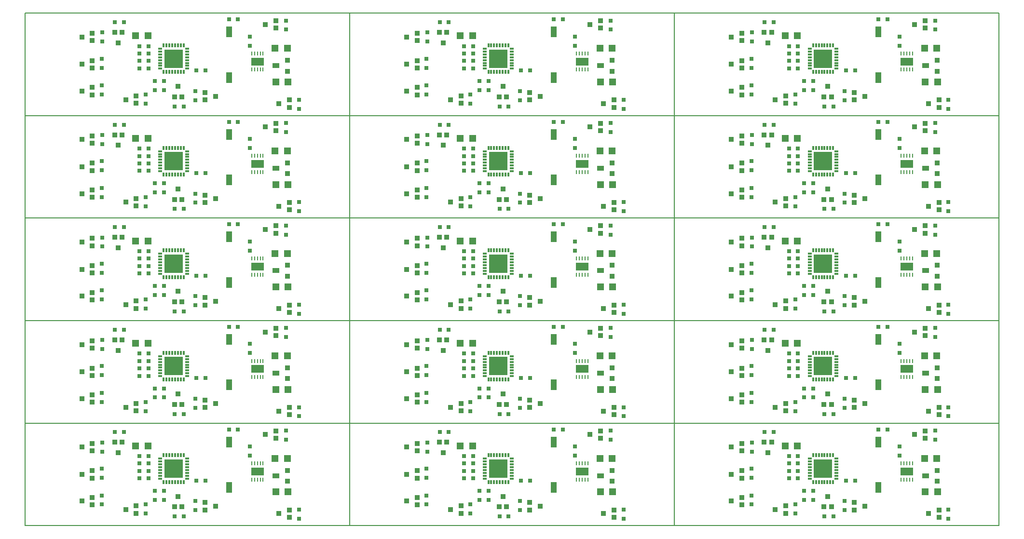
<source format=gtp>
%FSLAX25Y25*%
%MOIN*%
G70*
G01*
G75*
G04 Layer_Color=8421504*
%ADD10C,0.00787*%
%ADD11R,0.03543X0.03543*%
%ADD12R,0.05000X0.05000*%
%ADD13R,0.04000X0.07480*%
%ADD14R,0.03150X0.03150*%
%ADD15R,0.03150X0.03150*%
%ADD16R,0.03543X0.03543*%
%ADD17R,0.02559X0.01181*%
%ADD18R,0.01181X0.02559*%
%ADD19R,0.13583X0.13583*%
%ADD20R,0.09370X0.06496*%
%ADD21R,0.00984X0.02756*%
%ADD22R,0.03600X0.03600*%
%ADD23R,0.05000X0.03600*%
%ADD24C,0.01000*%
%ADD25C,0.01969*%
%ADD26C,0.00984*%
%ADD27C,0.00600*%
%ADD28R,0.05512X0.05512*%
%ADD29C,0.07000*%
%ADD30R,0.07000X0.07000*%
%ADD31C,0.05000*%
%ADD32C,0.03150*%
%ADD33C,0.03150*%
%ADD34R,0.07874X0.05118*%
%ADD35C,0.00800*%
%ADD36C,0.02000*%
%ADD37C,0.00591*%
%ADD38R,0.12795X0.12795*%
%ADD39R,0.08583X0.05709*%
%ADD40R,0.00827X0.02598*%
D10*
X0Y0D02*
Y70866D01*
X224410D01*
Y0D02*
Y70866D01*
X0Y0D02*
X224410D01*
Y70866D01*
X448819D01*
Y0D02*
Y70866D01*
X224410Y0D02*
X448819D01*
Y70866D01*
X673228D01*
Y0D02*
Y70866D01*
X448819Y0D02*
X673228D01*
X0Y70866D02*
Y141732D01*
X224410D01*
Y70866D02*
Y141732D01*
X0Y70866D02*
X224410D01*
Y141732D01*
X448819D01*
Y70866D02*
Y141732D01*
X224410Y70866D02*
X448819D01*
Y141732D01*
X673228D01*
Y70866D02*
Y141732D01*
X448819Y70866D02*
X673228D01*
X0Y141732D02*
Y212598D01*
X224410D01*
Y141732D02*
Y212598D01*
X0Y141732D02*
X224410D01*
Y212598D01*
X448819D01*
Y141732D02*
Y212598D01*
X224410Y141732D02*
X448819D01*
Y212598D01*
X673228D01*
Y141732D02*
Y212598D01*
X448819Y141732D02*
X673228D01*
X0Y212598D02*
Y283465D01*
X224410D01*
Y212598D02*
Y283465D01*
X0Y212598D02*
X224410D01*
Y283465D01*
X448819D01*
Y212598D02*
Y283465D01*
X224410Y212598D02*
X448819D01*
Y283465D01*
X673228D01*
Y212598D02*
Y283465D01*
X448819Y212598D02*
X673228D01*
X0Y283465D02*
Y354331D01*
X224410D01*
Y283465D02*
Y354331D01*
X0Y283465D02*
X224410D01*
Y354331D01*
X448819D01*
Y283465D02*
Y354331D01*
X224410Y283465D02*
X448819D01*
Y354331D01*
X673228D01*
Y283465D02*
Y354331D01*
X448819Y283465D02*
X673228D01*
D11*
X46555Y51772D02*
D03*
Y56890D02*
D03*
X39272Y54331D02*
D03*
X46555Y14370D02*
D03*
Y19488D02*
D03*
X39272Y16929D02*
D03*
X76870Y8465D02*
D03*
Y13583D02*
D03*
X69587Y11024D02*
D03*
X124311Y15945D02*
D03*
Y10827D02*
D03*
X131595Y13386D02*
D03*
X173327Y60433D02*
D03*
Y65551D02*
D03*
X166043Y62992D02*
D03*
X46555Y32874D02*
D03*
Y37992D02*
D03*
X39272Y35433D02*
D03*
X182776Y5709D02*
D03*
Y10827D02*
D03*
X175492Y8268D02*
D03*
X270965Y51772D02*
D03*
Y56890D02*
D03*
X263681Y54331D02*
D03*
X270965Y14370D02*
D03*
Y19488D02*
D03*
X263681Y16929D02*
D03*
X301279Y8465D02*
D03*
Y13583D02*
D03*
X293996Y11024D02*
D03*
X348721Y15945D02*
D03*
Y10827D02*
D03*
X356004Y13386D02*
D03*
X397736Y60433D02*
D03*
Y65551D02*
D03*
X390453Y62992D02*
D03*
X270965Y32874D02*
D03*
Y37992D02*
D03*
X263681Y35433D02*
D03*
X407185Y5709D02*
D03*
Y10827D02*
D03*
X399902Y8268D02*
D03*
X495374Y51772D02*
D03*
Y56890D02*
D03*
X488091Y54331D02*
D03*
X495374Y14370D02*
D03*
Y19488D02*
D03*
X488091Y16929D02*
D03*
X525689Y8465D02*
D03*
Y13583D02*
D03*
X518405Y11024D02*
D03*
X573130Y15945D02*
D03*
Y10827D02*
D03*
X580413Y13386D02*
D03*
X622146Y60433D02*
D03*
Y65551D02*
D03*
X614862Y62992D02*
D03*
X495374Y32874D02*
D03*
Y37992D02*
D03*
X488091Y35433D02*
D03*
X631595Y5709D02*
D03*
Y10827D02*
D03*
X624311Y8268D02*
D03*
X46555Y122638D02*
D03*
Y127756D02*
D03*
X39272Y125197D02*
D03*
X46555Y85236D02*
D03*
Y90354D02*
D03*
X39272Y87795D02*
D03*
X76870Y79331D02*
D03*
Y84449D02*
D03*
X69587Y81890D02*
D03*
X124311Y86811D02*
D03*
Y81693D02*
D03*
X131595Y84252D02*
D03*
X173327Y131299D02*
D03*
Y136417D02*
D03*
X166043Y133858D02*
D03*
X46555Y103740D02*
D03*
Y108858D02*
D03*
X39272Y106299D02*
D03*
X182776Y76575D02*
D03*
Y81693D02*
D03*
X175492Y79134D02*
D03*
X270965Y122638D02*
D03*
Y127756D02*
D03*
X263681Y125197D02*
D03*
X270965Y85236D02*
D03*
Y90354D02*
D03*
X263681Y87795D02*
D03*
X301279Y79331D02*
D03*
Y84449D02*
D03*
X293996Y81890D02*
D03*
X348721Y86811D02*
D03*
Y81693D02*
D03*
X356004Y84252D02*
D03*
X397736Y131299D02*
D03*
Y136417D02*
D03*
X390453Y133858D02*
D03*
X270965Y103740D02*
D03*
Y108858D02*
D03*
X263681Y106299D02*
D03*
X407185Y76575D02*
D03*
Y81693D02*
D03*
X399902Y79134D02*
D03*
X495374Y122638D02*
D03*
Y127756D02*
D03*
X488091Y125197D02*
D03*
X495374Y85236D02*
D03*
Y90354D02*
D03*
X488091Y87795D02*
D03*
X525689Y79331D02*
D03*
Y84449D02*
D03*
X518405Y81890D02*
D03*
X573130Y86811D02*
D03*
Y81693D02*
D03*
X580413Y84252D02*
D03*
X622146Y131299D02*
D03*
Y136417D02*
D03*
X614862Y133858D02*
D03*
X495374Y103740D02*
D03*
Y108858D02*
D03*
X488091Y106299D02*
D03*
X631595Y76575D02*
D03*
Y81693D02*
D03*
X624311Y79134D02*
D03*
X46555Y193504D02*
D03*
Y198622D02*
D03*
X39272Y196063D02*
D03*
X46555Y156102D02*
D03*
Y161221D02*
D03*
X39272Y158661D02*
D03*
X76870Y150197D02*
D03*
Y155315D02*
D03*
X69587Y152756D02*
D03*
X124311Y157677D02*
D03*
Y152559D02*
D03*
X131595Y155118D02*
D03*
X173327Y202165D02*
D03*
Y207283D02*
D03*
X166043Y204724D02*
D03*
X46555Y174606D02*
D03*
Y179724D02*
D03*
X39272Y177165D02*
D03*
X182776Y147441D02*
D03*
Y152559D02*
D03*
X175492Y150000D02*
D03*
X270965Y193504D02*
D03*
Y198622D02*
D03*
X263681Y196063D02*
D03*
X270965Y156102D02*
D03*
Y161221D02*
D03*
X263681Y158661D02*
D03*
X301279Y150197D02*
D03*
Y155315D02*
D03*
X293996Y152756D02*
D03*
X348721Y157677D02*
D03*
Y152559D02*
D03*
X356004Y155118D02*
D03*
X397736Y202165D02*
D03*
Y207283D02*
D03*
X390453Y204724D02*
D03*
X270965Y174606D02*
D03*
Y179724D02*
D03*
X263681Y177165D02*
D03*
X407185Y147441D02*
D03*
Y152559D02*
D03*
X399902Y150000D02*
D03*
X495374Y193504D02*
D03*
Y198622D02*
D03*
X488091Y196063D02*
D03*
X495374Y156102D02*
D03*
Y161221D02*
D03*
X488091Y158661D02*
D03*
X525689Y150197D02*
D03*
Y155315D02*
D03*
X518405Y152756D02*
D03*
X573130Y157677D02*
D03*
Y152559D02*
D03*
X580413Y155118D02*
D03*
X622146Y202165D02*
D03*
Y207283D02*
D03*
X614862Y204724D02*
D03*
X495374Y174606D02*
D03*
Y179724D02*
D03*
X488091Y177165D02*
D03*
X631595Y147441D02*
D03*
Y152559D02*
D03*
X624311Y150000D02*
D03*
X46555Y264370D02*
D03*
Y269488D02*
D03*
X39272Y266929D02*
D03*
X46555Y226969D02*
D03*
Y232087D02*
D03*
X39272Y229528D02*
D03*
X76870Y221063D02*
D03*
Y226181D02*
D03*
X69587Y223622D02*
D03*
X124311Y228543D02*
D03*
Y223425D02*
D03*
X131595Y225984D02*
D03*
X173327Y273031D02*
D03*
Y278150D02*
D03*
X166043Y275590D02*
D03*
X46555Y245472D02*
D03*
Y250590D02*
D03*
X39272Y248031D02*
D03*
X182776Y218307D02*
D03*
Y223425D02*
D03*
X175492Y220866D02*
D03*
X270965Y264370D02*
D03*
Y269488D02*
D03*
X263681Y266929D02*
D03*
X270965Y226969D02*
D03*
Y232087D02*
D03*
X263681Y229528D02*
D03*
X301279Y221063D02*
D03*
Y226181D02*
D03*
X293996Y223622D02*
D03*
X348721Y228543D02*
D03*
Y223425D02*
D03*
X356004Y225984D02*
D03*
X397736Y273031D02*
D03*
Y278150D02*
D03*
X390453Y275590D02*
D03*
X270965Y245472D02*
D03*
Y250590D02*
D03*
X263681Y248031D02*
D03*
X407185Y218307D02*
D03*
Y223425D02*
D03*
X399902Y220866D02*
D03*
X495374Y264370D02*
D03*
Y269488D02*
D03*
X488091Y266929D02*
D03*
X495374Y226969D02*
D03*
Y232087D02*
D03*
X488091Y229528D02*
D03*
X525689Y221063D02*
D03*
Y226181D02*
D03*
X518405Y223622D02*
D03*
X573130Y228543D02*
D03*
Y223425D02*
D03*
X580413Y225984D02*
D03*
X622146Y273031D02*
D03*
Y278150D02*
D03*
X614862Y275590D02*
D03*
X495374Y245472D02*
D03*
Y250590D02*
D03*
X488091Y248031D02*
D03*
X631595Y218307D02*
D03*
Y223425D02*
D03*
X624311Y220866D02*
D03*
X46555Y335236D02*
D03*
Y340354D02*
D03*
X39272Y337795D02*
D03*
X46555Y297835D02*
D03*
Y302953D02*
D03*
X39272Y300394D02*
D03*
X76870Y291929D02*
D03*
Y297047D02*
D03*
X69587Y294488D02*
D03*
X124311Y299410D02*
D03*
Y294291D02*
D03*
X131595Y296850D02*
D03*
X173327Y343898D02*
D03*
Y349016D02*
D03*
X166043Y346457D02*
D03*
X46555Y316339D02*
D03*
Y321457D02*
D03*
X39272Y318898D02*
D03*
X182776Y289173D02*
D03*
Y294291D02*
D03*
X175492Y291732D02*
D03*
X270965Y335236D02*
D03*
Y340354D02*
D03*
X263681Y337795D02*
D03*
X270965Y297835D02*
D03*
Y302953D02*
D03*
X263681Y300394D02*
D03*
X301279Y291929D02*
D03*
Y297047D02*
D03*
X293996Y294488D02*
D03*
X348721Y299410D02*
D03*
Y294291D02*
D03*
X356004Y296850D02*
D03*
X397736Y343898D02*
D03*
Y349016D02*
D03*
X390453Y346457D02*
D03*
X270965Y316339D02*
D03*
Y321457D02*
D03*
X263681Y318898D02*
D03*
X407185Y289173D02*
D03*
Y294291D02*
D03*
X399902Y291732D02*
D03*
X495374Y335236D02*
D03*
Y340354D02*
D03*
X488091Y337795D02*
D03*
X495374Y297835D02*
D03*
Y302953D02*
D03*
X488091Y300394D02*
D03*
X525689Y291929D02*
D03*
Y297047D02*
D03*
X518405Y294488D02*
D03*
X573130Y299410D02*
D03*
Y294291D02*
D03*
X580413Y296850D02*
D03*
X622146Y343898D02*
D03*
Y349016D02*
D03*
X614862Y346457D02*
D03*
X495374Y316339D02*
D03*
Y321457D02*
D03*
X488091Y318898D02*
D03*
X631595Y289173D02*
D03*
Y294291D02*
D03*
X624311Y291732D02*
D03*
D12*
X84959Y55118D02*
D03*
X76459D02*
D03*
X181415Y46457D02*
D03*
X172915D02*
D03*
X173309Y23228D02*
D03*
X181809D02*
D03*
X309368Y55118D02*
D03*
X300868D02*
D03*
X405825Y46457D02*
D03*
X397325D02*
D03*
X397719Y23228D02*
D03*
X406218D02*
D03*
X533778Y55118D02*
D03*
X525278D02*
D03*
X630234Y46457D02*
D03*
X621734D02*
D03*
X622128Y23228D02*
D03*
X630628D02*
D03*
X84959Y125984D02*
D03*
X76459D02*
D03*
X181415Y117323D02*
D03*
X172915D02*
D03*
X173309Y94095D02*
D03*
X181809D02*
D03*
X309368Y125984D02*
D03*
X300868D02*
D03*
X405825Y117323D02*
D03*
X397325D02*
D03*
X397719Y94095D02*
D03*
X406218D02*
D03*
X533778Y125984D02*
D03*
X525278D02*
D03*
X630234Y117323D02*
D03*
X621734D02*
D03*
X622128Y94095D02*
D03*
X630628D02*
D03*
X84959Y196850D02*
D03*
X76459D02*
D03*
X181415Y188189D02*
D03*
X172915D02*
D03*
X173309Y164961D02*
D03*
X181809D02*
D03*
X309368Y196850D02*
D03*
X300868D02*
D03*
X405825Y188189D02*
D03*
X397325D02*
D03*
X397719Y164961D02*
D03*
X406218D02*
D03*
X533778Y196850D02*
D03*
X525278D02*
D03*
X630234Y188189D02*
D03*
X621734D02*
D03*
X622128Y164961D02*
D03*
X630628D02*
D03*
X84959Y267717D02*
D03*
X76459D02*
D03*
X181415Y259055D02*
D03*
X172915D02*
D03*
X173309Y235827D02*
D03*
X181809D02*
D03*
X309368Y267717D02*
D03*
X300868D02*
D03*
X405825Y259055D02*
D03*
X397325D02*
D03*
X397719Y235827D02*
D03*
X406218D02*
D03*
X533778Y267717D02*
D03*
X525278D02*
D03*
X630234Y259055D02*
D03*
X621734D02*
D03*
X622128Y235827D02*
D03*
X630628D02*
D03*
X84959Y338583D02*
D03*
X76459D02*
D03*
X181415Y329921D02*
D03*
X172915D02*
D03*
X173309Y306693D02*
D03*
X181809D02*
D03*
X309368Y338583D02*
D03*
X300868D02*
D03*
X405825Y329921D02*
D03*
X397325D02*
D03*
X397719Y306693D02*
D03*
X406218D02*
D03*
X533778Y338583D02*
D03*
X525278D02*
D03*
X630234Y329921D02*
D03*
X621734D02*
D03*
X622128Y306693D02*
D03*
X630628D02*
D03*
D13*
X140945Y26378D02*
D03*
Y57874D02*
D03*
X365354Y26378D02*
D03*
Y57874D02*
D03*
X589764Y26378D02*
D03*
Y57874D02*
D03*
X140945Y97244D02*
D03*
Y128740D02*
D03*
X365354Y97244D02*
D03*
Y128740D02*
D03*
X589764Y97244D02*
D03*
Y128740D02*
D03*
X140945Y168110D02*
D03*
Y199606D02*
D03*
X365354Y168110D02*
D03*
Y199606D02*
D03*
X589764Y168110D02*
D03*
Y199606D02*
D03*
X140945Y238976D02*
D03*
Y270472D02*
D03*
X365354Y238976D02*
D03*
Y270472D02*
D03*
X589764Y238976D02*
D03*
Y270472D02*
D03*
X140945Y309842D02*
D03*
Y341339D02*
D03*
X365354Y309842D02*
D03*
Y341339D02*
D03*
X589764Y309842D02*
D03*
Y341339D02*
D03*
D14*
X189370Y4724D02*
D03*
Y11024D02*
D03*
X53150Y14567D02*
D03*
Y20866D02*
D03*
X180315Y65748D02*
D03*
Y59449D02*
D03*
X53543Y51181D02*
D03*
Y57480D02*
D03*
X83465Y8268D02*
D03*
Y14567D02*
D03*
X117717Y16929D02*
D03*
Y10630D02*
D03*
X155512Y54724D02*
D03*
Y48425D02*
D03*
X53150Y33071D02*
D03*
Y39370D02*
D03*
X413779Y4724D02*
D03*
Y11024D02*
D03*
X277559Y14567D02*
D03*
Y20866D02*
D03*
X404724Y65748D02*
D03*
Y59449D02*
D03*
X277953Y51181D02*
D03*
Y57480D02*
D03*
X307874Y8268D02*
D03*
Y14567D02*
D03*
X342126Y16929D02*
D03*
Y10630D02*
D03*
X379921Y54724D02*
D03*
Y48425D02*
D03*
X277559Y33071D02*
D03*
Y39370D02*
D03*
X638189Y4724D02*
D03*
Y11024D02*
D03*
X501968Y14567D02*
D03*
Y20866D02*
D03*
X629134Y65748D02*
D03*
Y59449D02*
D03*
X502362Y51181D02*
D03*
Y57480D02*
D03*
X532283Y8268D02*
D03*
Y14567D02*
D03*
X566535Y16929D02*
D03*
Y10630D02*
D03*
X604331Y54724D02*
D03*
Y48425D02*
D03*
X501968Y33071D02*
D03*
Y39370D02*
D03*
X189370Y75590D02*
D03*
Y81890D02*
D03*
X53150Y85433D02*
D03*
Y91732D02*
D03*
X180315Y136614D02*
D03*
Y130315D02*
D03*
X53543Y122047D02*
D03*
Y128347D02*
D03*
X83465Y79134D02*
D03*
Y85433D02*
D03*
X117717Y87795D02*
D03*
Y81496D02*
D03*
X155512Y125591D02*
D03*
Y119291D02*
D03*
X53150Y103937D02*
D03*
Y110236D02*
D03*
X413779Y75590D02*
D03*
Y81890D02*
D03*
X277559Y85433D02*
D03*
Y91732D02*
D03*
X404724Y136614D02*
D03*
Y130315D02*
D03*
X277953Y122047D02*
D03*
Y128347D02*
D03*
X307874Y79134D02*
D03*
Y85433D02*
D03*
X342126Y87795D02*
D03*
Y81496D02*
D03*
X379921Y125591D02*
D03*
Y119291D02*
D03*
X277559Y103937D02*
D03*
Y110236D02*
D03*
X638189Y75590D02*
D03*
Y81890D02*
D03*
X501968Y85433D02*
D03*
Y91732D02*
D03*
X629134Y136614D02*
D03*
Y130315D02*
D03*
X502362Y122047D02*
D03*
Y128347D02*
D03*
X532283Y79134D02*
D03*
Y85433D02*
D03*
X566535Y87795D02*
D03*
Y81496D02*
D03*
X604331Y125591D02*
D03*
Y119291D02*
D03*
X501968Y103937D02*
D03*
Y110236D02*
D03*
X189370Y146457D02*
D03*
Y152756D02*
D03*
X53150Y156299D02*
D03*
Y162598D02*
D03*
X180315Y207480D02*
D03*
Y201181D02*
D03*
X53543Y192913D02*
D03*
Y199213D02*
D03*
X83465Y150000D02*
D03*
Y156299D02*
D03*
X117717Y158661D02*
D03*
Y152362D02*
D03*
X155512Y196457D02*
D03*
Y190157D02*
D03*
X53150Y174803D02*
D03*
Y181102D02*
D03*
X413779Y146457D02*
D03*
Y152756D02*
D03*
X277559Y156299D02*
D03*
Y162598D02*
D03*
X404724Y207480D02*
D03*
Y201181D02*
D03*
X277953Y192913D02*
D03*
Y199213D02*
D03*
X307874Y150000D02*
D03*
Y156299D02*
D03*
X342126Y158661D02*
D03*
Y152362D02*
D03*
X379921Y196457D02*
D03*
Y190157D02*
D03*
X277559Y174803D02*
D03*
Y181102D02*
D03*
X638189Y146457D02*
D03*
Y152756D02*
D03*
X501968Y156299D02*
D03*
Y162598D02*
D03*
X629134Y207480D02*
D03*
Y201181D02*
D03*
X502362Y192913D02*
D03*
Y199213D02*
D03*
X532283Y150000D02*
D03*
Y156299D02*
D03*
X566535Y158661D02*
D03*
Y152362D02*
D03*
X604331Y196457D02*
D03*
Y190157D02*
D03*
X501968Y174803D02*
D03*
Y181102D02*
D03*
X189370Y217323D02*
D03*
Y223622D02*
D03*
X53150Y227165D02*
D03*
Y233465D02*
D03*
X180315Y278346D02*
D03*
Y272047D02*
D03*
X53543Y263779D02*
D03*
Y270079D02*
D03*
X83465Y220866D02*
D03*
Y227165D02*
D03*
X117717Y229528D02*
D03*
Y223228D02*
D03*
X155512Y267323D02*
D03*
Y261024D02*
D03*
X53150Y245669D02*
D03*
Y251969D02*
D03*
X413779Y217323D02*
D03*
Y223622D02*
D03*
X277559Y227165D02*
D03*
Y233465D02*
D03*
X404724Y278346D02*
D03*
Y272047D02*
D03*
X277953Y263779D02*
D03*
Y270079D02*
D03*
X307874Y220866D02*
D03*
Y227165D02*
D03*
X342126Y229528D02*
D03*
Y223228D02*
D03*
X379921Y267323D02*
D03*
Y261024D02*
D03*
X277559Y245669D02*
D03*
Y251969D02*
D03*
X638189Y217323D02*
D03*
Y223622D02*
D03*
X501968Y227165D02*
D03*
Y233465D02*
D03*
X629134Y278346D02*
D03*
Y272047D02*
D03*
X502362Y263779D02*
D03*
Y270079D02*
D03*
X532283Y220866D02*
D03*
Y227165D02*
D03*
X566535Y229528D02*
D03*
Y223228D02*
D03*
X604331Y267323D02*
D03*
Y261024D02*
D03*
X501968Y245669D02*
D03*
Y251969D02*
D03*
X189370Y288189D02*
D03*
Y294488D02*
D03*
X53150Y298031D02*
D03*
Y304331D02*
D03*
X180315Y349213D02*
D03*
Y342913D02*
D03*
X53543Y334646D02*
D03*
Y340945D02*
D03*
X83465Y291732D02*
D03*
Y298031D02*
D03*
X117717Y300394D02*
D03*
Y294094D02*
D03*
X155512Y338189D02*
D03*
Y331890D02*
D03*
X53150Y316535D02*
D03*
Y322835D02*
D03*
X413779Y288189D02*
D03*
Y294488D02*
D03*
X277559Y298031D02*
D03*
Y304331D02*
D03*
X404724Y349213D02*
D03*
Y342913D02*
D03*
X277953Y334646D02*
D03*
Y340945D02*
D03*
X307874Y291732D02*
D03*
Y298031D02*
D03*
X342126Y300394D02*
D03*
Y294094D02*
D03*
X379921Y338189D02*
D03*
Y331890D02*
D03*
X277559Y316535D02*
D03*
Y322835D02*
D03*
X638189Y288189D02*
D03*
Y294488D02*
D03*
X501968Y298031D02*
D03*
Y304331D02*
D03*
X629134Y349213D02*
D03*
Y342913D02*
D03*
X502362Y334646D02*
D03*
Y340945D02*
D03*
X532283Y291732D02*
D03*
Y298031D02*
D03*
X566535Y300394D02*
D03*
Y294094D02*
D03*
X604331Y338189D02*
D03*
Y331890D02*
D03*
X501968Y316535D02*
D03*
Y322835D02*
D03*
D15*
X68504Y64567D02*
D03*
X62205D02*
D03*
X79134Y48031D02*
D03*
X85433D02*
D03*
Y42913D02*
D03*
X79134D02*
D03*
Y37795D02*
D03*
X85433D02*
D03*
X79134Y32677D02*
D03*
X85433D02*
D03*
X89764Y24016D02*
D03*
X96063D02*
D03*
Y17717D02*
D03*
X89764D02*
D03*
X103543Y6299D02*
D03*
X109843D02*
D03*
X124803Y31102D02*
D03*
X118504D02*
D03*
X140945Y66535D02*
D03*
X147244D02*
D03*
X292913Y64567D02*
D03*
X286614D02*
D03*
X303543Y48031D02*
D03*
X309842D02*
D03*
Y42913D02*
D03*
X303543D02*
D03*
Y37795D02*
D03*
X309842D02*
D03*
X303543Y32677D02*
D03*
X309842D02*
D03*
X314173Y24016D02*
D03*
X320472D02*
D03*
Y17717D02*
D03*
X314173D02*
D03*
X327953Y6299D02*
D03*
X334252D02*
D03*
X349213Y31102D02*
D03*
X342913D02*
D03*
X365354Y66535D02*
D03*
X371654D02*
D03*
X517323Y64567D02*
D03*
X511024D02*
D03*
X527953Y48031D02*
D03*
X534252D02*
D03*
Y42913D02*
D03*
X527953D02*
D03*
Y37795D02*
D03*
X534252D02*
D03*
X527953Y32677D02*
D03*
X534252D02*
D03*
X538583Y24016D02*
D03*
X544882D02*
D03*
Y17717D02*
D03*
X538583D02*
D03*
X552362Y6299D02*
D03*
X558661D02*
D03*
X573622Y31102D02*
D03*
X567323D02*
D03*
X589764Y66535D02*
D03*
X596063D02*
D03*
X68504Y135433D02*
D03*
X62205D02*
D03*
X79134Y118898D02*
D03*
X85433D02*
D03*
Y113779D02*
D03*
X79134D02*
D03*
Y108661D02*
D03*
X85433D02*
D03*
X79134Y103543D02*
D03*
X85433D02*
D03*
X89764Y94882D02*
D03*
X96063D02*
D03*
Y88583D02*
D03*
X89764D02*
D03*
X103543Y77165D02*
D03*
X109843D02*
D03*
X124803Y101969D02*
D03*
X118504D02*
D03*
X140945Y137402D02*
D03*
X147244D02*
D03*
X292913Y135433D02*
D03*
X286614D02*
D03*
X303543Y118898D02*
D03*
X309842D02*
D03*
Y113779D02*
D03*
X303543D02*
D03*
Y108661D02*
D03*
X309842D02*
D03*
X303543Y103543D02*
D03*
X309842D02*
D03*
X314173Y94882D02*
D03*
X320472D02*
D03*
Y88583D02*
D03*
X314173D02*
D03*
X327953Y77165D02*
D03*
X334252D02*
D03*
X349213Y101969D02*
D03*
X342913D02*
D03*
X365354Y137402D02*
D03*
X371654D02*
D03*
X517323Y135433D02*
D03*
X511024D02*
D03*
X527953Y118898D02*
D03*
X534252D02*
D03*
Y113779D02*
D03*
X527953D02*
D03*
Y108661D02*
D03*
X534252D02*
D03*
X527953Y103543D02*
D03*
X534252D02*
D03*
X538583Y94882D02*
D03*
X544882D02*
D03*
Y88583D02*
D03*
X538583D02*
D03*
X552362Y77165D02*
D03*
X558661D02*
D03*
X573622Y101969D02*
D03*
X567323D02*
D03*
X589764Y137402D02*
D03*
X596063D02*
D03*
X68504Y206299D02*
D03*
X62205D02*
D03*
X79134Y189764D02*
D03*
X85433D02*
D03*
Y184646D02*
D03*
X79134D02*
D03*
Y179527D02*
D03*
X85433D02*
D03*
X79134Y174409D02*
D03*
X85433D02*
D03*
X89764Y165748D02*
D03*
X96063D02*
D03*
Y159449D02*
D03*
X89764D02*
D03*
X103543Y148031D02*
D03*
X109843D02*
D03*
X124803Y172835D02*
D03*
X118504D02*
D03*
X140945Y208268D02*
D03*
X147244D02*
D03*
X292913Y206299D02*
D03*
X286614D02*
D03*
X303543Y189764D02*
D03*
X309842D02*
D03*
Y184646D02*
D03*
X303543D02*
D03*
Y179527D02*
D03*
X309842D02*
D03*
X303543Y174409D02*
D03*
X309842D02*
D03*
X314173Y165748D02*
D03*
X320472D02*
D03*
Y159449D02*
D03*
X314173D02*
D03*
X327953Y148031D02*
D03*
X334252D02*
D03*
X349213Y172835D02*
D03*
X342913D02*
D03*
X365354Y208268D02*
D03*
X371654D02*
D03*
X517323Y206299D02*
D03*
X511024D02*
D03*
X527953Y189764D02*
D03*
X534252D02*
D03*
Y184646D02*
D03*
X527953D02*
D03*
Y179527D02*
D03*
X534252D02*
D03*
X527953Y174409D02*
D03*
X534252D02*
D03*
X538583Y165748D02*
D03*
X544882D02*
D03*
Y159449D02*
D03*
X538583D02*
D03*
X552362Y148031D02*
D03*
X558661D02*
D03*
X573622Y172835D02*
D03*
X567323D02*
D03*
X589764Y208268D02*
D03*
X596063D02*
D03*
X68504Y277165D02*
D03*
X62205D02*
D03*
X79134Y260630D02*
D03*
X85433D02*
D03*
Y255512D02*
D03*
X79134D02*
D03*
Y250394D02*
D03*
X85433D02*
D03*
X79134Y245276D02*
D03*
X85433D02*
D03*
X89764Y236614D02*
D03*
X96063D02*
D03*
Y230315D02*
D03*
X89764D02*
D03*
X103543Y218898D02*
D03*
X109843D02*
D03*
X124803Y243701D02*
D03*
X118504D02*
D03*
X140945Y279134D02*
D03*
X147244D02*
D03*
X292913Y277165D02*
D03*
X286614D02*
D03*
X303543Y260630D02*
D03*
X309842D02*
D03*
Y255512D02*
D03*
X303543D02*
D03*
Y250394D02*
D03*
X309842D02*
D03*
X303543Y245276D02*
D03*
X309842D02*
D03*
X314173Y236614D02*
D03*
X320472D02*
D03*
Y230315D02*
D03*
X314173D02*
D03*
X327953Y218898D02*
D03*
X334252D02*
D03*
X349213Y243701D02*
D03*
X342913D02*
D03*
X365354Y279134D02*
D03*
X371654D02*
D03*
X517323Y277165D02*
D03*
X511024D02*
D03*
X527953Y260630D02*
D03*
X534252D02*
D03*
Y255512D02*
D03*
X527953D02*
D03*
Y250394D02*
D03*
X534252D02*
D03*
X527953Y245276D02*
D03*
X534252D02*
D03*
X538583Y236614D02*
D03*
X544882D02*
D03*
Y230315D02*
D03*
X538583D02*
D03*
X552362Y218898D02*
D03*
X558661D02*
D03*
X573622Y243701D02*
D03*
X567323D02*
D03*
X589764Y279134D02*
D03*
X596063D02*
D03*
X68504Y348031D02*
D03*
X62205D02*
D03*
X79134Y331496D02*
D03*
X85433D02*
D03*
Y326378D02*
D03*
X79134D02*
D03*
Y321260D02*
D03*
X85433D02*
D03*
X79134Y316142D02*
D03*
X85433D02*
D03*
X89764Y307480D02*
D03*
X96063D02*
D03*
Y301181D02*
D03*
X89764D02*
D03*
X103543Y289764D02*
D03*
X109843D02*
D03*
X124803Y314567D02*
D03*
X118504D02*
D03*
X140945Y350000D02*
D03*
X147244D02*
D03*
X292913Y348031D02*
D03*
X286614D02*
D03*
X303543Y331496D02*
D03*
X309842D02*
D03*
Y326378D02*
D03*
X303543D02*
D03*
Y321260D02*
D03*
X309842D02*
D03*
X303543Y316142D02*
D03*
X309842D02*
D03*
X314173Y307480D02*
D03*
X320472D02*
D03*
Y301181D02*
D03*
X314173D02*
D03*
X327953Y289764D02*
D03*
X334252D02*
D03*
X349213Y314567D02*
D03*
X342913D02*
D03*
X365354Y350000D02*
D03*
X371654D02*
D03*
X517323Y348031D02*
D03*
X511024D02*
D03*
X527953Y331496D02*
D03*
X534252D02*
D03*
Y326378D02*
D03*
X527953D02*
D03*
Y321260D02*
D03*
X534252D02*
D03*
X527953Y316142D02*
D03*
X534252D02*
D03*
X538583Y307480D02*
D03*
X544882D02*
D03*
Y301181D02*
D03*
X538583D02*
D03*
X552362Y289764D02*
D03*
X558661D02*
D03*
X573622Y314567D02*
D03*
X567323D02*
D03*
X589764Y350000D02*
D03*
X596063D02*
D03*
D16*
X67126Y57579D02*
D03*
X62008D02*
D03*
X64567Y50295D02*
D03*
X103347Y12894D02*
D03*
X108465D02*
D03*
X105905Y20177D02*
D03*
X291535Y57579D02*
D03*
X286417D02*
D03*
X288976Y50295D02*
D03*
X327756Y12894D02*
D03*
X332874D02*
D03*
X330315Y20177D02*
D03*
X515945Y57579D02*
D03*
X510827D02*
D03*
X513386Y50295D02*
D03*
X552165Y12894D02*
D03*
X557283D02*
D03*
X554724Y20177D02*
D03*
X67126Y128445D02*
D03*
X62008D02*
D03*
X64567Y121161D02*
D03*
X103347Y83760D02*
D03*
X108465D02*
D03*
X105905Y91043D02*
D03*
X291535Y128445D02*
D03*
X286417D02*
D03*
X288976Y121161D02*
D03*
X327756Y83760D02*
D03*
X332874D02*
D03*
X330315Y91043D02*
D03*
X515945Y128445D02*
D03*
X510827D02*
D03*
X513386Y121161D02*
D03*
X552165Y83760D02*
D03*
X557283D02*
D03*
X554724Y91043D02*
D03*
X67126Y199311D02*
D03*
X62008D02*
D03*
X64567Y192028D02*
D03*
X103347Y154626D02*
D03*
X108465D02*
D03*
X105905Y161909D02*
D03*
X291535Y199311D02*
D03*
X286417D02*
D03*
X288976Y192028D02*
D03*
X327756Y154626D02*
D03*
X332874D02*
D03*
X330315Y161909D02*
D03*
X515945Y199311D02*
D03*
X510827D02*
D03*
X513386Y192028D02*
D03*
X552165Y154626D02*
D03*
X557283D02*
D03*
X554724Y161909D02*
D03*
X67126Y270177D02*
D03*
X62008D02*
D03*
X64567Y262894D02*
D03*
X103347Y225492D02*
D03*
X108465D02*
D03*
X105905Y232776D02*
D03*
X291535Y270177D02*
D03*
X286417D02*
D03*
X288976Y262894D02*
D03*
X327756Y225492D02*
D03*
X332874D02*
D03*
X330315Y232776D02*
D03*
X515945Y270177D02*
D03*
X510827D02*
D03*
X513386Y262894D02*
D03*
X552165Y225492D02*
D03*
X557283D02*
D03*
X554724Y232776D02*
D03*
X67126Y341043D02*
D03*
X62008D02*
D03*
X64567Y333760D02*
D03*
X103347Y296358D02*
D03*
X108465D02*
D03*
X105905Y303642D02*
D03*
X291535Y341043D02*
D03*
X286417D02*
D03*
X288976Y333760D02*
D03*
X327756Y296358D02*
D03*
X332874D02*
D03*
X330315Y303642D02*
D03*
X515945Y341043D02*
D03*
X510827D02*
D03*
X513386Y333760D02*
D03*
X552165Y296358D02*
D03*
X557283D02*
D03*
X554724Y303642D02*
D03*
D17*
X93504Y46260D02*
D03*
Y44291D02*
D03*
Y42323D02*
D03*
Y40354D02*
D03*
Y38386D02*
D03*
Y36417D02*
D03*
Y34449D02*
D03*
Y32480D02*
D03*
X112008Y46260D02*
D03*
Y44291D02*
D03*
Y42323D02*
D03*
Y40354D02*
D03*
Y38386D02*
D03*
Y36417D02*
D03*
Y34449D02*
D03*
Y32480D02*
D03*
X317913Y46260D02*
D03*
Y44291D02*
D03*
Y42323D02*
D03*
Y40354D02*
D03*
Y38386D02*
D03*
Y36417D02*
D03*
Y34449D02*
D03*
Y32480D02*
D03*
X336417Y46260D02*
D03*
Y44291D02*
D03*
Y42323D02*
D03*
Y40354D02*
D03*
Y38386D02*
D03*
Y36417D02*
D03*
Y34449D02*
D03*
Y32480D02*
D03*
X542323Y46260D02*
D03*
Y44291D02*
D03*
Y42323D02*
D03*
Y40354D02*
D03*
Y38386D02*
D03*
Y36417D02*
D03*
Y34449D02*
D03*
Y32480D02*
D03*
X560827Y46260D02*
D03*
Y44291D02*
D03*
Y42323D02*
D03*
Y40354D02*
D03*
Y38386D02*
D03*
Y36417D02*
D03*
Y34449D02*
D03*
Y32480D02*
D03*
X93504Y117126D02*
D03*
Y115157D02*
D03*
Y113189D02*
D03*
Y111221D02*
D03*
Y109252D02*
D03*
Y107283D02*
D03*
Y105315D02*
D03*
Y103347D02*
D03*
X112008Y117126D02*
D03*
Y115157D02*
D03*
Y113189D02*
D03*
Y111221D02*
D03*
Y109252D02*
D03*
Y107283D02*
D03*
Y105315D02*
D03*
Y103347D02*
D03*
X317913Y117126D02*
D03*
Y115157D02*
D03*
Y113189D02*
D03*
Y111221D02*
D03*
Y109252D02*
D03*
Y107283D02*
D03*
Y105315D02*
D03*
Y103347D02*
D03*
X336417Y117126D02*
D03*
Y115157D02*
D03*
Y113189D02*
D03*
Y111221D02*
D03*
Y109252D02*
D03*
Y107283D02*
D03*
Y105315D02*
D03*
Y103347D02*
D03*
X542323Y117126D02*
D03*
Y115157D02*
D03*
Y113189D02*
D03*
Y111221D02*
D03*
Y109252D02*
D03*
Y107283D02*
D03*
Y105315D02*
D03*
Y103347D02*
D03*
X560827Y117126D02*
D03*
Y115157D02*
D03*
Y113189D02*
D03*
Y111221D02*
D03*
Y109252D02*
D03*
Y107283D02*
D03*
Y105315D02*
D03*
Y103347D02*
D03*
X93504Y187992D02*
D03*
Y186024D02*
D03*
Y184055D02*
D03*
Y182087D02*
D03*
Y180118D02*
D03*
Y178150D02*
D03*
Y176181D02*
D03*
Y174213D02*
D03*
X112008Y187992D02*
D03*
Y186024D02*
D03*
Y184055D02*
D03*
Y182087D02*
D03*
Y180118D02*
D03*
Y178150D02*
D03*
Y176181D02*
D03*
Y174213D02*
D03*
X317913Y187992D02*
D03*
Y186024D02*
D03*
Y184055D02*
D03*
Y182087D02*
D03*
Y180118D02*
D03*
Y178150D02*
D03*
Y176181D02*
D03*
Y174213D02*
D03*
X336417Y187992D02*
D03*
Y186024D02*
D03*
Y184055D02*
D03*
Y182087D02*
D03*
Y180118D02*
D03*
Y178150D02*
D03*
Y176181D02*
D03*
Y174213D02*
D03*
X542323Y187992D02*
D03*
Y186024D02*
D03*
Y184055D02*
D03*
Y182087D02*
D03*
Y180118D02*
D03*
Y178150D02*
D03*
Y176181D02*
D03*
Y174213D02*
D03*
X560827Y187992D02*
D03*
Y186024D02*
D03*
Y184055D02*
D03*
Y182087D02*
D03*
Y180118D02*
D03*
Y178150D02*
D03*
Y176181D02*
D03*
Y174213D02*
D03*
X93504Y258858D02*
D03*
Y256890D02*
D03*
Y254921D02*
D03*
Y252953D02*
D03*
Y250984D02*
D03*
Y249016D02*
D03*
Y247047D02*
D03*
Y245079D02*
D03*
X112008Y258858D02*
D03*
Y256890D02*
D03*
Y254921D02*
D03*
Y252953D02*
D03*
Y250984D02*
D03*
Y249016D02*
D03*
Y247047D02*
D03*
Y245079D02*
D03*
X317913Y258858D02*
D03*
Y256890D02*
D03*
Y254921D02*
D03*
Y252953D02*
D03*
Y250984D02*
D03*
Y249016D02*
D03*
Y247047D02*
D03*
Y245079D02*
D03*
X336417Y258858D02*
D03*
Y256890D02*
D03*
Y254921D02*
D03*
Y252953D02*
D03*
Y250984D02*
D03*
Y249016D02*
D03*
Y247047D02*
D03*
Y245079D02*
D03*
X542323Y258858D02*
D03*
Y256890D02*
D03*
Y254921D02*
D03*
Y252953D02*
D03*
Y250984D02*
D03*
Y249016D02*
D03*
Y247047D02*
D03*
Y245079D02*
D03*
X560827Y258858D02*
D03*
Y256890D02*
D03*
Y254921D02*
D03*
Y252953D02*
D03*
Y250984D02*
D03*
Y249016D02*
D03*
Y247047D02*
D03*
Y245079D02*
D03*
X93504Y329724D02*
D03*
Y327756D02*
D03*
Y325787D02*
D03*
Y323819D02*
D03*
Y321850D02*
D03*
Y319882D02*
D03*
Y317913D02*
D03*
Y315945D02*
D03*
X112008Y329724D02*
D03*
Y327756D02*
D03*
Y325787D02*
D03*
Y323819D02*
D03*
Y321850D02*
D03*
Y319882D02*
D03*
Y317913D02*
D03*
Y315945D02*
D03*
X317913Y329724D02*
D03*
Y327756D02*
D03*
Y325787D02*
D03*
Y323819D02*
D03*
Y321850D02*
D03*
Y319882D02*
D03*
Y317913D02*
D03*
Y315945D02*
D03*
X336417Y329724D02*
D03*
Y327756D02*
D03*
Y325787D02*
D03*
Y323819D02*
D03*
Y321850D02*
D03*
Y319882D02*
D03*
Y317913D02*
D03*
Y315945D02*
D03*
X542323Y329724D02*
D03*
Y327756D02*
D03*
Y325787D02*
D03*
Y323819D02*
D03*
Y321850D02*
D03*
Y319882D02*
D03*
Y317913D02*
D03*
Y315945D02*
D03*
X560827Y329724D02*
D03*
Y327756D02*
D03*
Y325787D02*
D03*
Y323819D02*
D03*
Y321850D02*
D03*
Y319882D02*
D03*
Y317913D02*
D03*
Y315945D02*
D03*
D18*
X109646Y30118D02*
D03*
X107677D02*
D03*
X105709D02*
D03*
X103740D02*
D03*
X101772D02*
D03*
X99803D02*
D03*
X97835D02*
D03*
X95866D02*
D03*
Y48622D02*
D03*
X97835D02*
D03*
X99803D02*
D03*
X101772D02*
D03*
X103740D02*
D03*
X105709D02*
D03*
X107677D02*
D03*
X109646D02*
D03*
X334055Y30118D02*
D03*
X332087D02*
D03*
X330118D02*
D03*
X328150D02*
D03*
X326181D02*
D03*
X324213D02*
D03*
X322244D02*
D03*
X320276D02*
D03*
Y48622D02*
D03*
X322244D02*
D03*
X324213D02*
D03*
X326181D02*
D03*
X328150D02*
D03*
X330118D02*
D03*
X332087D02*
D03*
X334055D02*
D03*
X558465Y30118D02*
D03*
X556496D02*
D03*
X554528D02*
D03*
X552559D02*
D03*
X550591D02*
D03*
X548622D02*
D03*
X546654D02*
D03*
X544685D02*
D03*
Y48622D02*
D03*
X546654D02*
D03*
X548622D02*
D03*
X550591D02*
D03*
X552559D02*
D03*
X554528D02*
D03*
X556496D02*
D03*
X558465D02*
D03*
X109646Y100984D02*
D03*
X107677D02*
D03*
X105709D02*
D03*
X103740D02*
D03*
X101772D02*
D03*
X99803D02*
D03*
X97835D02*
D03*
X95866D02*
D03*
Y119488D02*
D03*
X97835D02*
D03*
X99803D02*
D03*
X101772D02*
D03*
X103740D02*
D03*
X105709D02*
D03*
X107677D02*
D03*
X109646D02*
D03*
X334055Y100984D02*
D03*
X332087D02*
D03*
X330118D02*
D03*
X328150D02*
D03*
X326181D02*
D03*
X324213D02*
D03*
X322244D02*
D03*
X320276D02*
D03*
Y119488D02*
D03*
X322244D02*
D03*
X324213D02*
D03*
X326181D02*
D03*
X328150D02*
D03*
X330118D02*
D03*
X332087D02*
D03*
X334055D02*
D03*
X558465Y100984D02*
D03*
X556496D02*
D03*
X554528D02*
D03*
X552559D02*
D03*
X550591D02*
D03*
X548622D02*
D03*
X546654D02*
D03*
X544685D02*
D03*
Y119488D02*
D03*
X546654D02*
D03*
X548622D02*
D03*
X550591D02*
D03*
X552559D02*
D03*
X554528D02*
D03*
X556496D02*
D03*
X558465D02*
D03*
X109646Y171850D02*
D03*
X107677D02*
D03*
X105709D02*
D03*
X103740D02*
D03*
X101772D02*
D03*
X99803D02*
D03*
X97835D02*
D03*
X95866D02*
D03*
Y190354D02*
D03*
X97835D02*
D03*
X99803D02*
D03*
X101772D02*
D03*
X103740D02*
D03*
X105709D02*
D03*
X107677D02*
D03*
X109646D02*
D03*
X334055Y171850D02*
D03*
X332087D02*
D03*
X330118D02*
D03*
X328150D02*
D03*
X326181D02*
D03*
X324213D02*
D03*
X322244D02*
D03*
X320276D02*
D03*
Y190354D02*
D03*
X322244D02*
D03*
X324213D02*
D03*
X326181D02*
D03*
X328150D02*
D03*
X330118D02*
D03*
X332087D02*
D03*
X334055D02*
D03*
X558465Y171850D02*
D03*
X556496D02*
D03*
X554528D02*
D03*
X552559D02*
D03*
X550591D02*
D03*
X548622D02*
D03*
X546654D02*
D03*
X544685D02*
D03*
Y190354D02*
D03*
X546654D02*
D03*
X548622D02*
D03*
X550591D02*
D03*
X552559D02*
D03*
X554528D02*
D03*
X556496D02*
D03*
X558465D02*
D03*
X109646Y242717D02*
D03*
X107677D02*
D03*
X105709D02*
D03*
X103740D02*
D03*
X101772D02*
D03*
X99803D02*
D03*
X97835D02*
D03*
X95866D02*
D03*
Y261221D02*
D03*
X97835D02*
D03*
X99803D02*
D03*
X101772D02*
D03*
X103740D02*
D03*
X105709D02*
D03*
X107677D02*
D03*
X109646D02*
D03*
X334055Y242717D02*
D03*
X332087D02*
D03*
X330118D02*
D03*
X328150D02*
D03*
X326181D02*
D03*
X324213D02*
D03*
X322244D02*
D03*
X320276D02*
D03*
Y261221D02*
D03*
X322244D02*
D03*
X324213D02*
D03*
X326181D02*
D03*
X328150D02*
D03*
X330118D02*
D03*
X332087D02*
D03*
X334055D02*
D03*
X558465Y242717D02*
D03*
X556496D02*
D03*
X554528D02*
D03*
X552559D02*
D03*
X550591D02*
D03*
X548622D02*
D03*
X546654D02*
D03*
X544685D02*
D03*
Y261221D02*
D03*
X546654D02*
D03*
X548622D02*
D03*
X550591D02*
D03*
X552559D02*
D03*
X554528D02*
D03*
X556496D02*
D03*
X558465D02*
D03*
X109646Y313583D02*
D03*
X107677D02*
D03*
X105709D02*
D03*
X103740D02*
D03*
X101772D02*
D03*
X99803D02*
D03*
X97835D02*
D03*
X95866D02*
D03*
Y332087D02*
D03*
X97835D02*
D03*
X99803D02*
D03*
X101772D02*
D03*
X103740D02*
D03*
X105709D02*
D03*
X107677D02*
D03*
X109646D02*
D03*
X334055Y313583D02*
D03*
X332087D02*
D03*
X330118D02*
D03*
X328150D02*
D03*
X326181D02*
D03*
X324213D02*
D03*
X322244D02*
D03*
X320276D02*
D03*
Y332087D02*
D03*
X322244D02*
D03*
X324213D02*
D03*
X326181D02*
D03*
X328150D02*
D03*
X330118D02*
D03*
X332087D02*
D03*
X334055D02*
D03*
X558465Y313583D02*
D03*
X556496D02*
D03*
X554528D02*
D03*
X552559D02*
D03*
X550591D02*
D03*
X548622D02*
D03*
X546654D02*
D03*
X544685D02*
D03*
Y332087D02*
D03*
X546654D02*
D03*
X548622D02*
D03*
X550591D02*
D03*
X552559D02*
D03*
X554528D02*
D03*
X556496D02*
D03*
X558465D02*
D03*
D22*
X181496Y30709D02*
D03*
Y38209D02*
D03*
X405905Y30709D02*
D03*
Y38209D02*
D03*
X630315Y30709D02*
D03*
Y38209D02*
D03*
X181496Y101575D02*
D03*
Y109075D02*
D03*
X405905Y101575D02*
D03*
Y109075D02*
D03*
X630315Y101575D02*
D03*
Y109075D02*
D03*
X181496Y172441D02*
D03*
Y179941D02*
D03*
X405905Y172441D02*
D03*
Y179941D02*
D03*
X630315Y172441D02*
D03*
Y179941D02*
D03*
X181496Y243307D02*
D03*
Y250807D02*
D03*
X405905Y243307D02*
D03*
Y250807D02*
D03*
X630315Y243307D02*
D03*
Y250807D02*
D03*
X181496Y314173D02*
D03*
Y321673D02*
D03*
X405905Y314173D02*
D03*
Y321673D02*
D03*
X630315Y314173D02*
D03*
Y321673D02*
D03*
D23*
X173496Y34509D02*
D03*
X397905D02*
D03*
X622315D02*
D03*
X173496Y105375D02*
D03*
X397905D02*
D03*
X622315D02*
D03*
X173496Y176241D02*
D03*
X397905D02*
D03*
X622315D02*
D03*
X173496Y247107D02*
D03*
X397905D02*
D03*
X622315D02*
D03*
X173496Y317973D02*
D03*
X397905D02*
D03*
X622315D02*
D03*
D38*
X102756Y39370D02*
D03*
X327165D02*
D03*
X551575D02*
D03*
X102756Y110236D02*
D03*
X327165D02*
D03*
X551575D02*
D03*
X102756Y181102D02*
D03*
X327165D02*
D03*
X551575D02*
D03*
X102756Y251969D02*
D03*
X327165D02*
D03*
X551575D02*
D03*
X102756Y322835D02*
D03*
X327165D02*
D03*
X551575D02*
D03*
D39*
X160630Y37402D02*
D03*
X385039D02*
D03*
X609449D02*
D03*
X160630Y108268D02*
D03*
X385039D02*
D03*
X609449D02*
D03*
X160630Y179134D02*
D03*
X385039D02*
D03*
X609449D02*
D03*
X160630Y250000D02*
D03*
X385039D02*
D03*
X609449D02*
D03*
X160630Y320866D02*
D03*
X385039D02*
D03*
X609449D02*
D03*
D40*
X156693Y31791D02*
D03*
X158661D02*
D03*
X160630D02*
D03*
X162598D02*
D03*
X164567D02*
D03*
Y43012D02*
D03*
X162598D02*
D03*
X160630D02*
D03*
X158661D02*
D03*
X156693D02*
D03*
X381102Y31791D02*
D03*
X383071D02*
D03*
X385039D02*
D03*
X387008D02*
D03*
X388976D02*
D03*
Y43012D02*
D03*
X387008D02*
D03*
X385039D02*
D03*
X383071D02*
D03*
X381102D02*
D03*
X605512Y31791D02*
D03*
X607480D02*
D03*
X609449D02*
D03*
X611417D02*
D03*
X613386D02*
D03*
Y43012D02*
D03*
X611417D02*
D03*
X609449D02*
D03*
X607480D02*
D03*
X605512D02*
D03*
X156693Y102657D02*
D03*
X158661D02*
D03*
X160630D02*
D03*
X162598D02*
D03*
X164567D02*
D03*
Y113878D02*
D03*
X162598D02*
D03*
X160630D02*
D03*
X158661D02*
D03*
X156693D02*
D03*
X381102Y102657D02*
D03*
X383071D02*
D03*
X385039D02*
D03*
X387008D02*
D03*
X388976D02*
D03*
Y113878D02*
D03*
X387008D02*
D03*
X385039D02*
D03*
X383071D02*
D03*
X381102D02*
D03*
X605512Y102657D02*
D03*
X607480D02*
D03*
X609449D02*
D03*
X611417D02*
D03*
X613386D02*
D03*
Y113878D02*
D03*
X611417D02*
D03*
X609449D02*
D03*
X607480D02*
D03*
X605512D02*
D03*
X156693Y173524D02*
D03*
X158661D02*
D03*
X160630D02*
D03*
X162598D02*
D03*
X164567D02*
D03*
Y184744D02*
D03*
X162598D02*
D03*
X160630D02*
D03*
X158661D02*
D03*
X156693D02*
D03*
X381102Y173524D02*
D03*
X383071D02*
D03*
X385039D02*
D03*
X387008D02*
D03*
X388976D02*
D03*
Y184744D02*
D03*
X387008D02*
D03*
X385039D02*
D03*
X383071D02*
D03*
X381102D02*
D03*
X605512Y173524D02*
D03*
X607480D02*
D03*
X609449D02*
D03*
X611417D02*
D03*
X613386D02*
D03*
Y184744D02*
D03*
X611417D02*
D03*
X609449D02*
D03*
X607480D02*
D03*
X605512D02*
D03*
X156693Y244390D02*
D03*
X158661D02*
D03*
X160630D02*
D03*
X162598D02*
D03*
X164567D02*
D03*
Y255610D02*
D03*
X162598D02*
D03*
X160630D02*
D03*
X158661D02*
D03*
X156693D02*
D03*
X381102Y244390D02*
D03*
X383071D02*
D03*
X385039D02*
D03*
X387008D02*
D03*
X388976D02*
D03*
Y255610D02*
D03*
X387008D02*
D03*
X385039D02*
D03*
X383071D02*
D03*
X381102D02*
D03*
X605512Y244390D02*
D03*
X607480D02*
D03*
X609449D02*
D03*
X611417D02*
D03*
X613386D02*
D03*
Y255610D02*
D03*
X611417D02*
D03*
X609449D02*
D03*
X607480D02*
D03*
X605512D02*
D03*
X156693Y315256D02*
D03*
X158661D02*
D03*
X160630D02*
D03*
X162598D02*
D03*
X164567D02*
D03*
Y326476D02*
D03*
X162598D02*
D03*
X160630D02*
D03*
X158661D02*
D03*
X156693D02*
D03*
X381102Y315256D02*
D03*
X383071D02*
D03*
X385039D02*
D03*
X387008D02*
D03*
X388976D02*
D03*
Y326476D02*
D03*
X387008D02*
D03*
X385039D02*
D03*
X383071D02*
D03*
X381102D02*
D03*
X605512Y315256D02*
D03*
X607480D02*
D03*
X609449D02*
D03*
X611417D02*
D03*
X613386D02*
D03*
Y326476D02*
D03*
X611417D02*
D03*
X609449D02*
D03*
X607480D02*
D03*
X605512D02*
D03*
M02*

</source>
